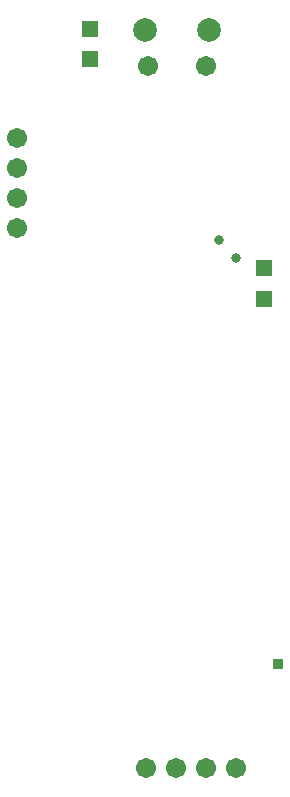
<source format=gbr>
G04 EAGLE Gerber RS-274X export*
G75*
%MOMM*%
%FSLAX34Y34*%
%LPD*%
%INSoldermask Bottom*%
%IPPOS*%
%AMOC8*
5,1,8,0,0,1.08239X$1,22.5*%
G01*
G04 Define Apertures*
%ADD10C,2.003200*%
%ADD11C,1.703200*%
%ADD12C,0.809600*%
%ADD13R,1.478200X1.478200*%
%ADD14R,0.809600X0.809600*%
D10*
X125810Y980040D03*
X180310Y980040D03*
D11*
X128810Y949740D03*
X177310Y949740D03*
D12*
X203200Y787400D03*
D11*
X17660Y863600D03*
X17660Y889000D03*
D12*
X189096Y802386D03*
D11*
X127000Y355600D03*
X203200Y355600D03*
X17660Y838200D03*
D13*
X79584Y956056D03*
D11*
X17660Y812800D03*
D13*
X79584Y981578D03*
X226536Y778764D03*
D11*
X177800Y355600D03*
D13*
X226536Y752856D03*
D14*
X238760Y443230D03*
D11*
X152400Y355600D03*
M02*

</source>
